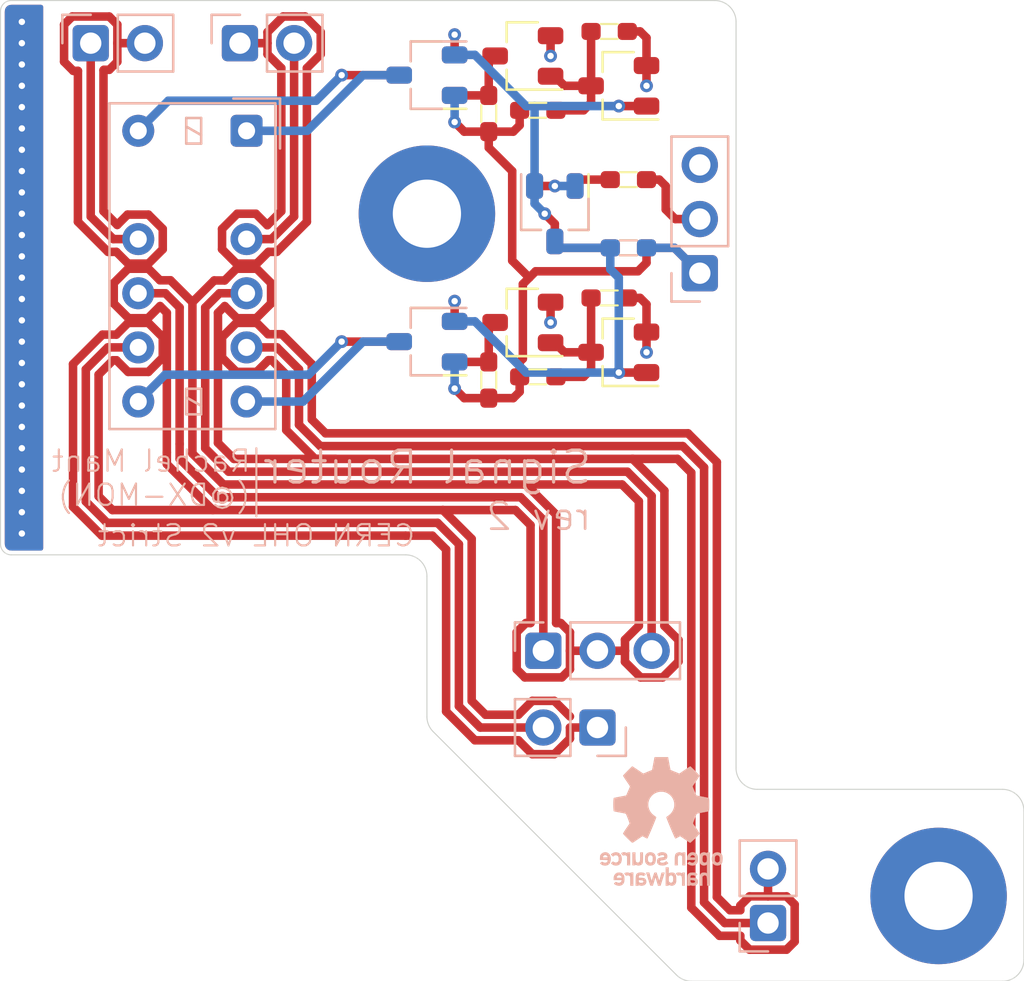
<source format=kicad_pcb>
(kicad_pcb (version 20211014) (generator pcbnew)
  (layers (0 "F.Cu" signal) (1 "In1.Cu" power) (2 "In2.Cu" signal) (31 "B.Cu" power) (34 "B.Paste" user) (35 "F.Paste" user) (36 "B.SilkS" user "B.Silkscreen") (37 "F.SilkS" user "F.Silkscreen") (38 "B.Mask" user) (39 "F.Mask" user) (44 "Edge.Cuts" user))
  (net 0 "")
  (net 1 "+12V")
  (net 2 "Net-(J1-Pad2)")
  (net 3 "Net-(K1-Pad12)")
  (net 4 "Net-(K1-Pad7)")
  (net 5 "Net-(K1-Pad6)")
  (net 6 "Net-(K1-Pad1)")
  (net 7 "/SET")
  (net 8 "Net-(C1-Pad1)")
  (net 9 "0V")
  (net 10 "Net-(Q3-Pad1)")
  (net 11 "/RESET")
  (net 12 "Net-(Q8-Pad1)")
  (net 13 "Net-(C2-Pad1)")
  (net 16 "Net-(Q2-Pad3)")
  (net 17 "GND")
  (net 18 "/EXT_R")
  (net 19 "/EXT_L")
  (net 20 "/INT_L")
  (net 21 "/PRE_R")
  (net 22 "/PRE_L")
  (net 23 "/INT_R")
  (footprint "rhais_package-smd:SOT-23" (layer "F.Cu") (at 126 102 -90)
    (fp_text reference "Q3")
    (fp_text value "DMN65D8L" hide)
    (pad "1" smd roundrect locked (at -1.3 -0.95 180) (size 0.8 1.2) (layers "F.Cu" "F.Paste" "F.Mask") (net 10 "Net-(Q3-Pad1)"))
    (pad "2" smd roundrect locked (at -1.3 0.95 180) (size 0.8 1.2) (layers "F.Cu" "F.Paste" "F.Mask") (net 9 "0V"))
    (pad "3" smd roundrect locked (at 1.3 0 180) (size 0.8 1.2) (layers "F.Cu" "F.Paste" "F.Mask") (net 7 "/SET"))
  )
  (footprint "MountingHole:MountingHole_3.2mm_M3_Pad" (layer "F.Cu") (at 144 134)
    (fp_text reference "H1" hide)
    (fp_text value "MountingHole_Pad" hide)
    (pad "1" thru_hole circle locked (at 0 0) (size 6.4 6.4) (drill 3.2) (layers *.Cu *.Mask))
  )
  (footprint "rhais_rcl:C0603" (layer "F.Cu") (at 128.55 105.95)
    (fp_text reference "C2")
    (fp_text value "500n" hide)
    (pad "1" smd roundrect (at -0.85 0) (size 0.9 0.8) (layers "F.Cu" "F.Paste" "F.Mask") (net 13 "Net-(C2-Pad1)"))
    (pad "2" smd roundrect (at 0.85 0) (size 0.9 0.8) (layers "F.Cu" "F.Paste" "F.Mask") (net 9 "0V"))
  )
  (footprint "rhais_package-smd:SOT-23" (layer "F.Cu") (at 129 108.5 180)
    (fp_text reference "Q10")
    (fp_text value "DMN65D8L" hide)
    (pad "1" smd roundrect locked (at -1.3 -0.95 90) (size 0.8 1.2) (layers "F.Cu" "F.Paste" "F.Mask") (net 11 "/RESET"))
    (pad "2" smd roundrect locked (at -1.3 0.95 90) (size 0.8 1.2) (layers "F.Cu" "F.Paste" "F.Mask") (net 9 "0V"))
    (pad "3" smd roundrect locked (at 1.3 0 90) (size 0.8 1.2) (layers "F.Cu" "F.Paste" "F.Mask") (net 13 "Net-(C2-Pad1)"))
  )
  (footprint "rhais_package-smd:SOT-23" (layer "F.Cu") (at 124.5 94.6 180)
    (fp_text reference "Q2")
    (fp_text value "DMN65D8L" hide)
    (pad "1" smd roundrect locked (at -1.3 -0.95 90) (size 0.8 1.2) (layers "F.Cu" "F.Paste" "F.Mask") (net 8 "Net-(C1-Pad1)"))
    (pad "2" smd roundrect locked (at -1.3 0.95 90) (size 0.8 1.2) (layers "F.Cu" "F.Paste" "F.Mask") (net 9 "0V"))
    (pad "3" smd roundrect locked (at 1.3 0 90) (size 0.8 1.2) (layers "F.Cu" "F.Paste" "F.Mask") (net 16 "Net-(Q2-Pad3)"))
  )
  (footprint "rhais_rcl:R0603" (layer "F.Cu") (at 129.45 100.4 180)
    (fp_text reference "R3")
    (fp_text value "10k" hide)
    (pad "1" smd roundrect (at -0.85 0 180) (size 0.9 0.8) (layers "F.Cu" "F.Paste" "F.Mask") (net 2 "Net-(J1-Pad2)"))
    (pad "2" smd roundrect (at 0.85 0 180) (size 0.9 0.8) (layers "F.Cu" "F.Paste" "F.Mask") (net 10 "Net-(Q3-Pad1)"))
  )
  (footprint "rhais_package-smd:SOT-23" (layer "F.Cu") (at 124.5 107.1 180)
    (fp_text reference "Q9")
    (fp_text value "DMN65D8L" hide)
    (pad "1" smd roundrect locked (at -1.3 -0.95 90) (size 0.8 1.2) (layers "F.Cu" "F.Paste" "F.Mask") (net 13 "Net-(C2-Pad1)"))
    (pad "2" smd roundrect locked (at -1.3 0.95 90) (size 0.8 1.2) (layers "F.Cu" "F.Paste" "F.Mask") (net 9 "0V"))
    (pad "3" smd roundrect locked (at 1.3 0 90) (size 0.8 1.2) (layers "F.Cu" "F.Paste" "F.Mask") (net 12 "Net-(Q8-Pad1)"))
  )
  (footprint "rhais_package-smd:SOT-23" (layer "F.Cu") (at 120 95.5 180)
    (fp_text reference "Q5")
    (fp_text value "DMN65D8L" hide)
    (pad "1" smd roundrect locked (at -1.3 -0.95 90) (size 0.8 1.2) (layers "F.Cu" "F.Paste" "F.Mask") (net 16 "Net-(Q2-Pad3)"))
    (pad "2" smd roundrect locked (at -1.3 0.95 90) (size 0.8 1.2) (layers "F.Cu" "F.Paste" "F.Mask") (net 9 "0V"))
    (pad "3" smd roundrect locked (at 1.3 0 90) (size 0.8 1.2) (layers "F.Cu" "F.Paste" "F.Mask") (net 3 "Net-(K1-Pad12)"))
  )
  (footprint "rhais_package-smd:SOT-23" (layer "F.Cu") (at 120 108 180)
    (fp_text reference "Q8")
    (fp_text value "DMN65D8L" hide)
    (pad "1" smd roundrect locked (at -1.3 -0.95 90) (size 0.8 1.2) (layers "F.Cu" "F.Paste" "F.Mask") (net 12 "Net-(Q8-Pad1)"))
    (pad "2" smd roundrect locked (at -1.3 0.95 90) (size 0.8 1.2) (layers "F.Cu" "F.Paste" "F.Mask") (net 9 "0V"))
    (pad "3" smd roundrect locked (at 1.3 0 90) (size 0.8 1.2) (layers "F.Cu" "F.Paste" "F.Mask") (net 4 "Net-(K1-Pad7)"))
  )
  (footprint "rhais_rcl:R0603" (layer "F.Cu") (at 129.45 103.6 180)
    (fp_text reference "R4")
    (fp_text value "120k" hide)
    (pad "1" smd roundrect (at -0.85 0 180) (size 0.9 0.8) (layers "F.Cu" "F.Paste" "F.Mask") (net 1 "+12V"))
    (pad "2" smd roundrect (at 0.85 0 180) (size 0.9 0.8) (layers "F.Cu" "F.Paste" "F.Mask") (net 7 "/SET"))
  )
  (footprint "rhais_rcl:R0603" (layer "F.Cu") (at 125.2 109.65)
    (fp_text reference "R7")
    (fp_text value "80k" hide)
    (pad "1" smd roundrect (at -0.85 0) (size 0.9 0.8) (layers "F.Cu" "F.Paste" "F.Mask") (net 1 "+12V"))
    (pad "2" smd roundrect (at 0.85 0) (size 0.9 0.8) (layers "F.Cu" "F.Paste" "F.Mask") (net 13 "Net-(C2-Pad1)"))
  )
  (footprint "rhais_rcl:C0603" (layer "F.Cu") (at 128.55 93.45)
    (fp_text reference "C1")
    (fp_text value "500n" hide)
    (pad "1" smd roundrect (at -0.85 0) (size 0.9 0.8) (layers "F.Cu" "F.Paste" "F.Mask") (net 8 "Net-(C1-Pad1)"))
    (pad "2" smd roundrect (at 0.85 0) (size 0.9 0.8) (layers "F.Cu" "F.Paste" "F.Mask") (net 9 "0V"))
  )
  (footprint "MountingHole:MountingHole_3.2mm_M3_Pad" (layer "F.Cu") (at 120 102)
    (fp_text reference "H2" hide)
    (fp_text value "MountingHole_Pad" hide)
    (pad "1" thru_hole circle locked (at 0 0) (size 6.4 6.4) (drill 3.2) (layers *.Cu *.Mask))
  )
  (footprint "rhais_rcl:R0603" (layer "F.Cu") (at 122.9 109.8 90)
    (fp_text reference "R6")
    (fp_text value "120k" hide)
    (pad "1" smd roundrect (at -0.85 0 90) (size 0.9 0.8) (layers "F.Cu" "F.Paste" "F.Mask") (net 1 "+12V"))
    (pad "2" smd roundrect (at 0.85 0 90) (size 0.9 0.8) (layers "F.Cu" "F.Paste" "F.Mask") (net 12 "Net-(Q8-Pad1)"))
  )
  (footprint "rhais_rcl:R0603" (layer "F.Cu") (at 125.2 97.15)
    (fp_text reference "R1")
    (fp_text value "80k" hide)
    (pad "1" smd roundrect (at -0.85 0) (size 0.9 0.8) (layers "F.Cu" "F.Paste" "F.Mask") (net 1 "+12V"))
    (pad "2" smd roundrect (at 0.85 0) (size 0.9 0.8) (layers "F.Cu" "F.Paste" "F.Mask") (net 8 "Net-(C1-Pad1)"))
  )
  (footprint "rhais_package-smd:SOT-23" (layer "F.Cu") (at 129 96 180)
    (fp_text reference "Q1")
    (fp_text value "DMN65D8L" hide)
    (pad "1" smd roundrect locked (at -1.3 -0.95 90) (size 0.8 1.2) (layers "F.Cu" "F.Paste" "F.Mask") (net 7 "/SET"))
    (pad "2" smd roundrect locked (at -1.3 0.95 90) (size 0.8 1.2) (layers "F.Cu" "F.Paste" "F.Mask") (net 9 "0V"))
    (pad "3" smd roundrect locked (at 1.3 0 90) (size 0.8 1.2) (layers "F.Cu" "F.Paste" "F.Mask") (net 8 "Net-(C1-Pad1)"))
  )
  (footprint "rhais_rcl:R0603" (layer "F.Cu") (at 122.9 97.3 90)
    (fp_text reference "R2")
    (fp_text value "120k" hide)
    (pad "1" smd roundrect (at -0.85 0 90) (size 0.9 0.8) (layers "F.Cu" "F.Paste" "F.Mask") (net 1 "+12V"))
    (pad "2" smd roundrect (at 0.85 0 90) (size 0.9 0.8) (layers "F.Cu" "F.Paste" "F.Mask") (net 16 "Net-(Q2-Pad3)"))
  )
  (footprint "rhais_connector-pinheader:PinHeader_1x02_P2.54mm_Vertical" (layer "B.Cu") (at 105.5 94 -90)
    (fp_text reference "J4")
    (fp_text value "INT_R" hide)
    (pad "1" thru_hole roundrect (at 0 1.27 270) (size 1.7 1.7) (drill 1) (layers *.Cu *.Mask) (roundrect_rratio 0.1470588235) (net 23 "/INT_R"))
    (pad "2" thru_hole oval (at 0 -1.27 270) (size 1.7 1.7) (drill 1) (layers *.Cu *.Mask) (net 17 "GND"))
  )
  (footprint "rhais_relay:Relay_DPDT_Kemet_EC2_DoubleCoil" (layer "B.Cu") (at 109 104.46 180)
    (fp_text reference "K1")
    (fp_text value "EC2-12TNU" hide)
    (pad "1" thru_hole roundrect (at -2.54 6.35 180) (size 1.5 1.5) (drill 0.8) (layers *.Cu *.Mask) (roundrect_rratio 0.167) (net 6 "Net-(K1-Pad1)"))
    (pad "3" thru_hole circle (at -2.54 1.27 180) (size 1.5 1.5) (drill 0.8) (layers *.Cu *.Mask) (net 20 "/INT_L"))
    (pad "4" thru_hole circle (at -2.54 -1.27 180) (size 1.5 1.5) (drill 0.8) (layers *.Cu *.Mask) (net 22 "/PRE_L"))
    (pad "5" thru_hole circle (at -2.54 -3.81 180) (size 1.5 1.5) (drill 0.8) (layers *.Cu *.Mask) (net 19 "/EXT_L"))
    (pad "6" thru_hole circle (at -2.54 -6.35 180) (size 1.5 1.5) (drill 0.8) (layers *.Cu *.Mask) (net 5 "Net-(K1-Pad6)"))
    (pad "7" thru_hole circle (at 2.54 -6.35 180) (size 1.5 1.5) (drill 0.8) (layers *.Cu *.Mask) (net 4 "Net-(K1-Pad7)"))
    (pad "8" thru_hole circle (at 2.54 -3.81 180) (size 1.5 1.5) (drill 0.8) (layers *.Cu *.Mask) (net 18 "/EXT_R"))
    (pad "9" thru_hole circle (at 2.54 -1.27 180) (size 1.5 1.5) (drill 0.8) (layers *.Cu *.Mask) (net 21 "/PRE_R"))
    (pad "10" thru_hole circle (at 2.54 1.27 180) (size 1.5 1.5) (drill 0.8) (layers *.Cu *.Mask) (net 23 "/INT_R"))
    (pad "12" thru_hole circle (at 2.54 6.35 180) (size 1.5 1.5) (drill 0.8) (layers *.Cu *.Mask) (net 3 "Net-(K1-Pad12)"))
  )
  (footprint "rhais_rcl:R0603" (layer "B.Cu") (at 129.45 103.6 180)
    (fp_text reference "R5")
    (fp_text value "120k" hide)
    (pad "1" smd roundrect (at -0.85 0 180) (size 0.9 0.8) (layers "B.Cu" "B.Paste" "B.Mask") (net 1 "+12V"))
    (pad "2" smd roundrect (at 0.85 0 180) (size 0.9 0.8) (layers "B.Cu" "B.Paste" "B.Mask") (net 11 "/RESET"))
  )
  (footprint "rhais_connector-pinheader:PinHeader_1x02_P2.54mm_Vertical" (layer "B.Cu") (at 136 134)
    (fp_text reference "J3")
    (fp_text value "EXT_L" hide)
    (pad "1" thru_hole roundrect (at 0 1.27) (size 1.7 1.7) (drill 1) (layers *.Cu *.Mask) (roundrect_rratio 0.1470588235) (net 19 "/EXT_L"))
    (pad "2" thru_hole oval (at 0 -1.27) (size 1.7 1.7) (drill 1) (layers *.Cu *.Mask) (net 17 "GND"))
  )
  (footprint "rhais_package-smd:SOT-23" (layer "B.Cu") (at 120 108 180)
    (fp_text reference "Q7")
    (fp_text value "DMP32D4S" hide)
    (pad "1" smd roundrect locked (at -1.3 0.95 270) (size 0.8 1.2) (layers "B.Cu" "B.Paste" "B.Mask") (net 11 "/RESET"))
    (pad "2" smd roundrect locked (at -1.3 -0.95 270) (size 0.8 1.2) (layers "B.Cu" "B.Paste" "B.Mask") (net 1 "+12V"))
    (pad "3" smd roundrect locked (at 1.3 0 270) (size 0.8 1.2) (layers "B.Cu" "B.Paste" "B.Mask") (net 5 "Net-(K1-Pad6)"))
  )
  (footprint "Symbol:OSHW-Logo_5.7x6mm_SilkScreen" (layer "B.Cu") (at 131 130.5 180)
    (fp_text reference "REF**" hide)
    (fp_text value "OSHW-Logo_5.7x6mm_SilkScreen" hide)
  )
  (footprint "rhais_connector-pinheader:PinHeader_1x03_P2.54mm_Vertical" (layer "B.Cu") (at 128 122.5 -90)
    (fp_text reference "J6")
    (fp_text value "Preamp" hide)
    (pad "1" thru_hole roundrect (at 0 2.54 270) (size 1.7 1.7) (drill 1) (layers *.Cu *.Mask) (roundrect_rratio 0.1470588235) (net 21 "/PRE_R"))
    (pad "2" thru_hole oval (at 0 0 270) (size 1.7 1.7) (drill 1) (layers *.Cu *.Mask) (net 17 "GND"))
    (pad "3" thru_hole oval (at 0 -2.54 270) (size 1.7 1.7) (drill 1) (layers *.Cu *.Mask) (net 22 "/PRE_L"))
  )
  (footprint "rhais_connector-pinheader:PinHeader_1x02_P2.54mm_Vertical" (layer "B.Cu") (at 112.5 94 -90)
    (fp_text reference "J5")
    (fp_text value "INT_L" hide)
    (pad "1" thru_hole roundrect (at 0 1.27 270) (size 1.7 1.7) (drill 1) (layers *.Cu *.Mask) (roundrect_rratio 0.1470588235) (net 17 "GND"))
    (pad "2" thru_hole oval (at 0 -1.27 270) (size 1.7 1.7) (drill 1) (layers *.Cu *.Mask) (net 20 "/INT_L"))
  )
  (footprint "rhais_package-smd:SOT-23" (layer "B.Cu") (at 126 102 -90)
    (fp_text reference "Q6")
    (fp_text value "DMN65D8L" hide)
    (pad "1" smd roundrect locked (at -1.3 0.95) (size 0.8 1.2) (layers "B.Cu" "B.Paste" "B.Mask") (net 7 "/SET"))
    (pad "2" smd roundrect locked (at -1.3 -0.95) (size 0.8 1.2) (layers "B.Cu" "B.Paste" "B.Mask") (net 9 "0V"))
    (pad "3" smd roundrect locked (at 1.3 0) (size 0.8 1.2) (layers "B.Cu" "B.Paste" "B.Mask") (net 11 "/RESET"))
  )
  (footprint "rhais_package-smd:SOT-23" (layer "B.Cu") (at 120 95.5 180)
    (fp_text reference "Q4")
    (fp_text value "DMP32D4S" hide)
    (pad "1" smd roundrect locked (at -1.3 0.95 270) (size 0.8 1.2) (layers "B.Cu" "B.Paste" "B.Mask") (net 7 "/SET"))
    (pad "2" smd roundrect locked (at -1.3 -0.95 270) (size 0.8 1.2) (layers "B.Cu" "B.Paste" "B.Mask") (net 1 "+12V"))
    (pad "3" smd roundrect locked (at 1.3 0 270) (size 0.8 1.2) (layers "B.Cu" "B.Paste" "B.Mask") (net 6 "Net-(K1-Pad1)"))
  )
  (footprint "rhais_connector-pinheader:PinHeader_1x02_P2.54mm_Vertical" (layer "B.Cu") (at 126.73 126.1 90)
    (fp_text reference "J2")
    (fp_text value "EXT_R" hide)
    (pad "1" thru_hole roundrect (at 0 1.27 90) (size 1.7 1.7) (drill 1) (layers *.Cu *.Mask) (roundrect_rratio 0.1470588235) (net 17 "GND"))
    (pad "2" thru_hole oval (at 0 -1.27 90) (size 1.7 1.7) (drill 1) (layers *.Cu *.Mask) (net 18 "/EXT_R"))
  )
  (footprint "rhais_connector-pinheader:PinHeader_1x03_P2.54mm_Vertical" (layer "B.Cu") (at 132.8 102.25)
    (fp_text reference "J1")
    (fp_text value "Src Control" hide)
    (pad "1" thru_hole roundrect (at 0 2.54) (size 1.7 1.7) (drill 1) (layers *.Cu *.Mask) (roundrect_rratio 0.1470588235) (net 1 "+12V"))
    (pad "2" thru_hole oval (at 0 0) (size 1.7 1.7) (drill 1) (layers *.Cu *.Mask) (net 2 "Net-(J1-Pad2)"))
    (pad "3" thru_hole oval (at 0 -2.54) (size 1.7 1.7) (drill 1) (layers *.Cu *.Mask) (net 9 "0V"))
  )
  (gr_line (start 112 113) (end 112 116.2) (layer "B.SilkS") (width 0.1))
  (gr_arc (start 100.5 118) (mid 100.146447 117.853553) (end 100 117.5) (layer "Edge.Cuts") (width 0.05))
  (gr_line (start 147 129) (end 135.5 129) (layer "Edge.Cuts") (width 0.05))
  (gr_arc (start 132.4 138) (mid 132.020367 137.919143) (end 131.7 137.7) (layer "Edge.Cuts") (width 0.05))
  (gr_line (start 100 92.5) (end 100 117.5) (layer "Edge.Cuts") (width 0.05))
  (gr_arc (start 148 137) (mid 147.707107 137.707107) (end 147 138) (layer "Edge.Cuts") (width 0.05))
  (gr_line (start 100.5 118) (end 119 118) (layer "Edge.Cuts") (width 0.05))
  (gr_line (start 134.5 128) (end 134.5 93) (layer "Edge.Cuts") (width 0.05))
  (gr_arc (start 119 118) (mid 119.707107 118.292893) (end 120 119) (layer "Edge.Cuts") (width 0.05))
  (gr_line (start 148 137) (end 148 130) (layer "Edge.Cuts") (width 0.05))
  (gr_line (start 147 138) (end 132.4 138) (layer "Edge.Cuts") (width 0.05))
  (gr_arc (start 120.3 126.3) (mid 120.080857 125.979633) (end 120 125.6) (layer "Edge.Cuts") (width 0.05))
  (gr_arc (start 147 129) (mid 147.707107 129.292893) (end 148 130) (layer "Edge.Cuts") (width 0.05))
  (gr_arc (start 100 92.5) (mid 100.146447 92.146447) (end 100.5 92) (layer "Edge.Cuts") (width 0.05))
  (gr_line (start 133.5 92) (end 100.5 92) (layer "Edge.Cuts") (width 0.05))
  (gr_arc (start 135.5 129) (mid 134.792893 128.707107) (end 134.5 128) (layer "Edge.Cuts") (width 0.05))
  (gr_arc (start 133.5 92) (mid 134.207107 92.292893) (end 134.5 93) (layer "Edge.Cuts") (width 0.05))
  (gr_line (start 120 119) (end 120 125.6) (layer "Edge.Cuts") (width 0.05))
  (gr_line (start 120.3 126.3) (end 131.7 137.7) (layer "Edge.Cuts") (width 0.05))
  (gr_text "CERN OHL v2 Strict" (at 112 117.1) (layer "B.SilkS") (effects (font (size 1 1) (thickness 0.1)) (justify mirror)))
  (gr_text "Signal Router" (at 112.2 113.9) (layer "B.SilkS") (effects (font (size 1.5 1.5)) (justify right mirror)))
  (gr_text "Rachel Mant" (at 111.8 113.6) (layer "B.SilkS") (effects (font (size 1 1) (thickness 0.1)) (justify left mirror)))
  (gr_text "(@DX-MON)" (at 111.8 115.2) (layer "B.SilkS") (effects (font (size 1 1) (thickness 0.1)) (justify left mirror)))
  (gr_text "rev 2" (at 127.8 116.2) (layer "B.SilkS") (effects (font (size 1.25 1.25) (thickness 0.125)) (justify left mirror)))
  (segment (start 121.75 110.65) (end 121.3 110.2) (width 0.4) (layer "F.Cu") (net 1))
  (segment (start 124.5 105.3) (end 124.5 108.8) (width 0.4) (layer "F.Cu") (net 1))
  (segment (start 122.9 110.65) (end 124.05 110.65) (width 0.4) (layer "F.Cu") (net 1))
  (segment (start 124.35 109.65) (end 124.35 110.35) (width 0.4) (layer "F.Cu") (net 1))
  (segment (start 124.5 108.8) (end 124.35 108.95) (width 0.4) (layer "F.Cu") (net 1))
  (segment (start 124.35 97.85) (end 124.05 98.15) (width 0.4) (layer "F.Cu") (net 1))
  (segment (start 131.61 103.6) (end 132.8 104.79) (width 0.4) (layer "F.Cu") (net 1))
  (segment (start 122.9 98.15) (end 121.75 98.15) (width 0.4) (layer "F.Cu") (net 1))
  (segment (start 122.9 110.65) (end 121.75 110.65) (width 0.4) (layer "F.Cu") (net 1))
  (segment (start 130.3 103.6) (end 131.61 103.6) (width 0.4) (layer "F.Cu") (net 1))
  (segment (start 124.05 98.15) (end 122.9 98.15) (width 0.4) (layer "F.Cu") (net 1))
  (segment (start 124.05 110.65) (end 124.35 110.35) (width 0.4) (layer "F.Cu") (net 1))
  (segment (start 124.35 97.15) (end 124.35 97.85) (width 0.4) (layer "F.Cu") (net 1))
  (segment (start 122.9 98.9) (end 124 100) (width 0.4) (layer "F.Cu") (net 1))
  (segment (start 130.3 104.3) (end 129.9 104.7) (width 0.4) (layer "F.Cu") (net 1))
  (segment (start 124.8 105) (end 124.5 105.3) (width 0.4) (layer "F.Cu") (net 1))
  (segment (start 129.9 104.7) (end 125.1 104.7) (width 0.4) (layer "F.Cu") (net 1))
  (segment (start 124.35 108.95) (end 124.35 109.65) (width 0.4) (layer "F.Cu") (net 1))
  (segment (start 124 104.2) (end 124.8 105) (width 0.4) (layer "F.Cu") (net 1))
  (segment (start 122.9 98.15) (end 122.9 98.9) (width 0.4) (layer "F.Cu") (net 1))
  (segment (start 125.1 104.7) (end 124.8 105) (width 0.4) (layer "F.Cu") (net 1))
  (segment (start 130.3 103.6) (end 130.3 104.3) (width 0.4) (layer "F.Cu") (net 1))
  (segment (start 121.75 98.15) (end 121.3 97.7) (width 0.4) (layer "F.Cu") (net 1))
  (segment (start 124 100) (end 124 104.2) (width 0.4) (layer "F.Cu") (net 1))
  (via (at 121.3 110.2) (size 0.6) (drill 0.3) (layers "F.Cu" "B.Cu") (net 1))
  (via (at 121.3 97.7) (size 0.6) (drill 0.3) (layers "F.Cu" "B.Cu") (net 1))
  (segment (start 121.3 96.45) (end 121.3 97.7) (width 0.4) (layer "B.Cu") (net 1))
  (segment (start 121.3 108.95) (end 121.3 110.2) (width 0.4) (layer "B.Cu") (net 1))
  (segment (start 130.3 103.6) (end 131.61 103.6) (width 0.4) (layer "B.Cu") (net 1))
  (segment (start 131.61 103.6) (end 132.8 104.79) (width 0.4) (layer "B.Cu") (net 1))
  (segment (start 130.9 100.4) (end 130.3 100.4) (width 0.4) (layer "F.Cu") (net 2))
  (segment (start 132.8 102.25) (end 131.65 102.25) (width 0.4) (layer "F.Cu") (net 2))
  (segment (start 131.2 101.8) (end 131.2 100.7) (width 0.4) (layer "F.Cu") (net 2))
  (segment (start 131.65 102.25) (end 131.2 101.8) (width 0.4) (layer "F.Cu") (net 2))
  (segment (start 131.2 100.7) (end 130.9 100.4) (width 0.4) (layer "F.Cu") (net 2))
  (segment (start 118.7 95.5) (end 116 95.5) (width 0.4) (layer "F.Cu") (net 3))
  (via (at 116 95.5) (size 0.6) (drill 0.3) (layers "F.Cu" "B.Cu") (net 3))
  (segment (start 114.8 96.7) (end 116 95.5) (width 0.4) (layer "B.Cu") (net 3))
  (segment (start 107.87 96.7) (end 114.8 96.7) (width 0.4) (layer "B.Cu") (net 3))
  (segment (start 106.46 98.11) (end 107.87 96.7) (width 0.4) (layer "B.Cu") (net 3))
  (segment (start 118.7 108) (end 116 108) (width 0.4) (layer "F.Cu") (net 4))
  (via (at 116 108) (size 0.6) (drill 0.3) (layers "F.Cu" "B.Cu") (net 4))
  (segment (start 116 108) (end 114.45 109.55) (width 0.4) (layer "B.Cu") (net 4))
  (segment (start 114.45 109.55) (end 107.72 109.55) (width 0.4) (layer "B.Cu") (net 4))
  (segment (start 107.72 109.55) (end 106.46 110.81) (width 0.4) (layer "B.Cu") (net 4))
  (segment (start 118.7 108) (end 117 108) (width 0.4) (layer "B.Cu") (net 5))
  (segment (start 114.19 110.81) (end 111.54 110.81) (width 0.4) (layer "B.Cu") (net 5))
  (segment (start 117 108) (end 114.19 110.81) (width 0.4) (layer "B.Cu") (net 5))
  (segment (start 114.39 98.11) (end 117 95.5) (width 0.4) (layer "B.Cu") (net 6))
  (segment (start 111.54 98.11) (end 114.39 98.11) (width 0.4) (layer "B.Cu") (net 6))
  (segment (start 117 95.5) (end 118.7 95.5) (width 0.4) (layer "B.Cu") (net 6))
  (segment (start 126.3 103.6) (end 126 103.3) (width 0.4) (layer "F.Cu") (net 7))
  (segment (start 126 102.475) (end 125.525 102) (width 0.4) (layer "F.Cu") (net 7))
  (segment (start 126 103.3) (end 126 102.475) (width 0.4) (layer "F.Cu") (net 7))
  (segment (start 130.3 96.95) (end 129 96.95) (width 0.4) (layer "F.Cu") (net 7))
  (segment (start 128.6 103.6) (end 126.3 103.6) (width 0.4) (layer "F.Cu") (net 7))
  (via (at 125.525 102) (size 0.6) (drill 0.3) (layers "F.Cu" "B.Cu") (net 7))
  (via (at 129 96.95) (size 0.6) (drill 0.3) (layers "F.Cu" "B.Cu") (net 7))
  (segment (start 125.05 96.95) (end 129 96.95) (width 0.4) (layer "B.Cu") (net 7))
  (segment (start 124.65 96.95) (end 125.05 96.95) (width 0.4) (layer "B.Cu") (net 7))
  (segment (start 125.05 100.7) (end 125.05 101.525) (width 0.4) (layer "B.Cu") (net 7))
  (segment (start 121.3 94.55) (end 122.25 94.55) (width 0.4) (layer "B.Cu") (net 7))
  (segment (start 125.05 100.7) (end 125.05 96.95) (width 0.4) (layer "B.Cu") (net 7))
  (segment (start 125.05 101.525) (end 125.525 102) (width 0.4) (layer "B.Cu") (net 7))
  (segment (start 122.25 94.55) (end 124.65 96.95) (width 0.4) (layer "B.Cu") (net 7))
  (segment (start 126 95.55) (end 126.45 96) (width 0.4) (layer "F.Cu") (net 8))
  (segment (start 126.45 96) (end 127.7 96) (width 0.4) (layer "F.Cu") (net 8))
  (segment (start 125.8 95.55) (end 126 95.55) (width 0.4) (layer "F.Cu") (net 8))
  (segment (start 127.7 93.45) (end 127.7 96) (width 0.4) (layer "F.Cu") (net 8))
  (segment (start 126.05 97.15) (end 127.35 97.15) (width 0.4) (layer "F.Cu") (net 8))
  (segment (start 127.7 96.8) (end 127.7 96) (width 0.4) (layer "F.Cu") (net 8))
  (segment (start 127.35 97.15) (end 127.7 96.8) (width 0.4) (layer "F.Cu") (net 8))
  (segment (start 121.3 107.05) (end 121.3 106.1) (width 0.4) (layer "F.Cu") (net 9))
  (segment (start 125.8 93.65) (end 125.8 94.6) (width 0.4) (layer "F.Cu") (net 9))
  (segment (start 130.3 107.55) (end 130.3 108.5) (width 0.4) (layer "F.Cu") (net 9))
  (segment (start 130.3 107.55) (end 130.3 106.25) (width 0.4) (layer "F.Cu") (net 9))
  (segment (start 125.05 100.7) (end 126 100.7) (width 0.4) (layer "F.Cu") (net 9))
  (segment (start 129.4 105.95) (end 130 105.95) (width 0.4) (layer "F.Cu") (net 9))
  (segment (start 129.4 93.45) (end 130 93.45) (width 0.4) (layer "F.Cu") (net 9))
  (segment (start 121.3 94.55) (end 121.3 93.6) (width 0.4) (layer "F.Cu") (net 9))
  (segment (start 130.3 106.25) (end 130 105.95) (width 0.4) (layer "F.Cu") (net 9))
  (segment (start 130.3 95.05) (end 130.3 93.75) (width 0.4) (layer "F.Cu") (net 9))
  (segment (start 130.3 93.75) (end 130 93.45) (width 0.4) (layer "F.Cu") (net 9))
  (segment (start 130.3 95.05) (end 130.3 96) (width 0.4) (layer "F.Cu") (net 9))
  (segment (start 125.8 106.15) (end 125.8 107.1) (width 0.4) (layer "F.Cu") (net 9))
  (via (at 121.3 106.1) (size 0.6) (drill 0.3) (layers "F.Cu" "B.Cu") (net 9))
  (via (at 121.3 93.6) (size 0.6) (drill 0.3) (layers "F.Cu" "B.Cu") (net 9))
  (via (at 130.3 108.5) (size 0.6) (drill 0.3) (layers "F.Cu" "B.Cu") (net 9))
  (via (at 130.3 96) (size 0.6) (drill 0.3) (layers "F.Cu" "B.Cu") (net 9))
  (via (at 125.8 107.1) (size 0.6) (drill 0.3) (layers "F.Cu" "B.Cu") (net 9))
  (via (at 126 100.7) (size 0.6) (drill 0.3) (layers "F.Cu" "B.Cu") (net 9))
  (via (at 125.8 94.6) (size 0.6) (drill 0.3) (layers "F.Cu" "B.Cu") (net 9))
  (segment (start 126 100.7) (end 126.95 100.7) (width 0.4) (layer "B.Cu") (net 9))
  (segment (start 128.6 100.4) (end 127.25 100.4) (width 0.4) (layer "F.Cu") (net 10))
  (segment (start 127.25 100.4) (end 126.95 100.7) (width 0.4) (layer "F.Cu") (net 10))
  (segment (start 130.3 109.45) (end 129 109.45) (width 0.4) (layer "F.Cu") (net 11))
  (via (at 129 109.45) (size 0.6) (drill 0.3) (layers "F.Cu" "B.Cu") (net 11))
  (segment (start 124.65 109.45) (end 129 109.45) (width 0.4) (layer "B.Cu") (net 11))
  (segment (start 126.3 103.6) (end 126 103.3) (width 0.4) (layer "B.Cu") (net 11))
  (segment (start 128.6 103.6) (end 126.3 103.6) (width 0.4) (layer "B.Cu") (net 11))
  (segment (start 128.6 104.6) (end 129 105) (width 0.4) (layer "B.Cu") (net 11))
  (segment (start 121.3 107.05) (end 122.25 107.05) (width 0.4) (layer "B.Cu") (net 11))
  (segment (start 122.25 107.05) (end 124.65 109.45) (width 0.4) (layer "B.Cu") (net 11))
  (segment (start 128.6 103.6) (end 128.6 104.6) (width 0.4) (layer "B.Cu") (net 11))
  (segment (start 129 105) (end 129 109.45) (width 0.4) (layer "B.Cu") (net 11))
  (segment (start 122.9 108.95) (end 122.9 107.4) (width 0.4) (layer "F.Cu") (net 12))
  (segment (start 121.3 108.95) (end 122.9 108.95) (width 0.4) (layer "F.Cu") (net 12))
  (segment (start 122.9 107.4) (end 123.2 107.1) (width 0.4) (layer "F.Cu") (net 12))
  (segment (start 126.05 109.65) (end 127.35 109.65) (width 0.4) (layer "F.Cu") (net 13))
  (segment (start 127.7 105.95) (end 127.7 108.5) (width 0.4) (layer "F.Cu") (net 13))
  (segment (start 126 108.05) (end 126.45 108.5) (width 0.4) (layer "F.Cu") (net 13))
  (segment (start 125.8 108.05) (end 126 108.05) (width 0.4) (layer "F.Cu") (net 13))
  (segment (start 127.7 109.3) (end 127.7 108.5) (width 0.4) (layer "F.Cu") (net 13))
  (segment (start 127.35 109.65) (end 127.7 109.3) (width 0.4) (layer "F.Cu") (net 13))
  (segment (start 126.45 108.5) (end 127.7 108.5) (width 0.4) (layer "F.Cu") (net 13))
  (segment (start 122.9 94.9) (end 123.2 94.6) (width 0.4) (layer "F.Cu") (net 16))
  (segment (start 121.3 96.45) (end 122.9 96.45) (width 0.4) (layer "F.Cu") (net 16))
  (segment (start 122.9 96.45) (end 122.9 94.9) (width 0.4) (layer "F.Cu") (net 16))
  (segment (start 107.477828 105.122173) (end 107.970502 105.122173) (width 0.4) (layer "F.Cu") (net 17))
  (segment (start 134.7 134.451441) (end 135.130961 134.02048) (width 0.4) (layer "F.Cu") (net 17))
  (segment (start 106.936144 109.419511) (end 107.609511 108.746144) (width 0.4) (layer "F.Cu") (net 17))
  (segment (start 114.59952 111.65167) (end 115.24833 112.30048) (width 0.4) (layer "F.Cu") (net 17))
  (segment (start 131.75263 113.50048) (end 129.64833 113.50048) (width 0.4) (layer "F.Cu") (net 17))
  (segment (start 124.86048 121.2) (end 124.641441 121.2) (width 0.4) (layer "F.Cu") (net 17))
  (segment (start 107.609511 108.746144) (end 107.609511 107.793856) (width 0.4) (layer "F.Cu") (net 17))
  (segment (start 110.19952 106.64833) (end 110.516098 106.331752) (width 0.4) (layer "F.Cu") (net 17))
  (segment (start 105.959511 102.040489) (end 106.936144 102.040489) (width 0.4) (layer "F.Cu") (net 17))
  (segment (start 124.292444 125.50048) (end 122.74833 125.50048) (width 0.4) (layer "F.Cu") (net 17))
  (segment (start 102.98048 94.869039) (end 102.98048 93.130961) (width 0.4) (layer "F.Cu") (net 17))
  (segment (start 112.72167 108.86952) (end 112.566135 108.86952) (width 0.4) (layer "F.Cu") (net 17))
  (segment (start 107.80096 113.74451) (end 109.95645 115.9) (width 0.4) (layer "F.Cu") (net 17))
  (segment (start 114.75263 113.50048) (end 113.40048 112.148329) (width 0.4) (layer "F.Cu") (net 17))
  (segment (start 129.290489 123.017565) (end 130.022435 123.749511) (width 0.4) (layer "F.Cu") (net 17))
  (segment (start 110.390489 108.746144) (end 110.390489 107.793856) (width 0.4) (layer "F.Cu") (net 17))
  (segment (start 129.94048 115.48833) (end 129.15263 114.70048) (width 0.4) (layer "F.Cu") (net 17))
  (segment (start 124.21048 123.369039) (end 124.590961 123.74952) (width 0.4) (layer "F.Cu") (net 17))
  (segment (start 120.74785 115.9) (end 105.24785 115.9) (width 0.4) (layer "F.Cu") (net 17))
  (segment (start 134.7 135.86952) (end 133.721671 135.86952) (width 0.4) (layer "F.Cu") (net 17))
  (segment (start 111.995655 106.9) (end 112.689511 106.206144) (width 0.4) (layer "F.Cu") (net 17))
  (segment (start 120.90048 117.74833) (end 120.90048 125.348329) (width 0.4) (layer "F.Cu") (net 17))
  (segment (start 107.609511 103.666144) (end 106.936144 104.339511) (width 0.4) (layer "F.Cu") (net 17))
  (segment (start 107.970502 105.122173) (end 109 106.151671) (width 0.4) (layer "F.Cu") (net 17))
  (segment (start 106.004345 106.9) (end 105.310489 106.206144) (width 0.4) (layer "F.Cu") (net 17))
  (segment (start 124.64833 114.70048) (end 124.99952 115.051671) (width 0.4) (layer "F.Cu") (net 17))
  (segment (start 106.936144 104.580489) (end 107.477828 105.122173) (width 0.4) (layer "F.Cu") (net 17))
  (segment (start 107.80096 106.64833) (end 107.484142 106.331512) (width 0.4) (layer "F.Cu") (net 17))
  (segment (start 112.520489 94.517565) (end 113.17048 95.167556) (width 0.4) (layer "F.Cu") (net 17))
  (segment (start 106.936144 107.120489) (end 105.983856 107.120489) (width 0.4) (layer "F.Cu") (net 17))
  (segment (start 104.82952 101.88167) (end 105.473925 102.526075) (width 0.4) (layer "F.Cu") (net 17))
  (segment (start 115.70048 113.50048) (end 114.75263 113.50048) (width 0.4) (layer "F.Cu") (net 17))
  (segment (start 107.609511 107.793856) (end 106.936144 107.120489) (width 0.4) (layer "F.Cu") (net 17))
  (segment (start 126.70952 121.630961) (end 126.70952 122.5) (width 0.4) (layer "F.Cu") (net 17))
  (segment (start 103.63048 102.378329) (end 103.63048 95.3) (width 0.4) (layer "F.Cu") (net 17))
  (segment (start 106.936144 102.040489) (end 107.609511 102.713856) (width 0.4) (layer "F.Cu") (net 17))
  (segment (start 129.290489 121.982435) (end 129.94048 121.332444) (width 0.4) (layer "F.Cu") (net 17))
  (segment (start 129.290489 122.5) (end 129.290489 123.017565) (width 0.4) (layer "F.Cu") (net 17))
  (segment (start 102.98048 93.130961) (end 103.360961 92.75048) (width 0.4) (layer "F.Cu") (net 17))
  (segment (start 134.21833 134.67048) (end 134.7 134.67048) (width 0.4) (layer "F.Cu") (net 17))
  (segment (start 113.252435 92.750489) (end 112.520489 93.482435) (width 0.4) (layer "F.Cu") (net 17))
  (segment (start 136 134.02048) (end 136 132.73) (width 0.4) (layer "F.Cu") (net 17))
  (segment (start 112.520489 94) (end 112.520489 94.517565) (width 0.4) (layer "F.Cu") (net 17))
  (segment (start 114.36952 95.167556) (end 115.019511 94.517565) (width 0.4) (layer "F.Cu") (net 17))
  (segment (start 112.95833 103.78952) (end 114.36952 102.37833) (width 0.4) (layer "F.Cu") (net 17))
  (segment (start 104.82952 95.27048) (end 104.82952 101.88167) (width 0.4) (layer "F.Cu") (net 17))
  (segment (start 126.278559 121.2) (end 126.70952 121.630961) (width 0.4) (layer "F.Cu") (net 17))
  (segment (start 120.90048 125.348329) (end 122.251671 126.69952) (width 0.4) (layer "F.Cu") (net 17))
  (segment (start 110.19952 112.75167) (end 110.19952 106.64833) (width 0.4) (layer "F.Cu") (net 17))
  (segment (start 103.411441 95.3) (end 102.98048 94.869039) (width 0.4) (layer "F.Cu") (net 17))
  (segment (start 105.24785 115.9) (end 104.59952 115.25167) (width 0.4) (layer "F.Cu") (net 17))
  (segment (start 105.433865 103.78952) (end 105.04167 103.78952) (width 0.4) (layer "F.Cu") (net 17))
  (segment (start 105.47952 94) (end 105.47952 94.869039) (width 0.4) (layer "F.Cu") (net 17))
  (segment (start 130.022435 123.749511) (end 131.057565 123.749511) (width 0.4) (layer "F.Cu") (net 17))
  (segment (start 118.99952 117.09952) (end 119 117.1) (width 0.4) (layer "F.Cu") (net 17))
  (segment (start 110.45263 114.70048) (end 124.64833 114.70048) (width 0.4) (layer "F.Cu") (net 17))
  (segment (start 131.13952 114.99167) (end 129.64833 113.50048) (width 0.4) (layer "F.Cu") (net 17))
  (segment (start 107.609511 102.713856) (end 107.609511 103.666144) (width 0.4) (layer "F.Cu") (net 17))
  (segment (start 122.74833 125.50048) (end 122.09952 124.85167) (width 0.4) (layer "F.Cu") (net 17))
  (segment (start 105.310489 105.253856) (end 105.983856 104.580489) (width 0.4) (layer "F.Cu") (net 17))
  (segment (start 129.64833 113.50048) (end 115.70048 113.50048) (width 0.4) (layer "F.Cu") (net 17))
  (segment (start 112.689511 105.253856) (end 112.016144 104.580489) (width 0.4) (layer "F.Cu") (net 17))
  (segment (start 109 113.24785) (end 110.45263 114.70048) (width 0.4) (layer "F.Cu") (net 17))
  (segment (start 137.24952 136.139039) (end 136.869039 136.51952) (width 0.4) (layer "F.Cu") (net 17))
  (segment (start 104.85048 95.24952) (end 104.82952 95.27048) (width 0.4) (layer "F.Cu") (net 17))
  (segment (start 124.86048 116.60833) (end 124.86048 121.2) (width 0.4) (layer "F.Cu") (net 17))
  (segment (start 115.019511 94.517565) (end 115.019511 93.482435) (width 0.4) (layer "F.Cu") (net 17))
  (segment (start 136.869039 136.51952) (end 135.130961 136.51952) (width 0.4) (layer "F.Cu") (net 17))
  (segment (start 111.063856 104.339511) (end 112.016144 104.339511) (width 0.4) (layer "F.Cu") (net 17))
  (segment (start 131.13952 121.332444) (end 131.13952 114.99167) (width 0.4) (layer "F.Cu") (net 17))
  (segment (start 112.689511 106.206144) (end 112.689511 105.253856) (width 0.4) (layer "F.Cu") (net 17))
  (segment (start 122.09952 117.25167) (end 120.74785 115.9) (width 0.4) (layer "F.Cu") (net 17))
  (segment (start 105.47952 93.130961) (end 105.47952 94) (width 0.4) (layer "F.Cu") (net 17))
  (segment (start 105.983856 104.580489) (end 106.936144 104.580489) (width 0.4) (layer "F.Cu") (net 17))
  (segment (start 124.590961 123.74952) (end 126.329039 123.74952) (width 0.4) (layer "F.Cu") (net 17))
  (segment (start 126.709511 125.582435) (end 125.977565 124.850489) (width 0.4) (layer "F.Cu") (net 17))
  (segment (start 109 106.151671) (end 109 113.24785) (width 0.4) (layer "F.Cu") (net 17))
  (segment (start 105.273925 108.873925) (end 105.43827 108.873925) (width 0.4) (layer "F.Cu") (net 17))
  (segment (start 112.016144 109.419511) (end 111.063856 109.419511) (width 0.4) (layer "F.Cu") (net 17))
  (segment (start 105.04167 103.78952) (end 103.63048 102.378329) (width 0.4) (layer "F.Cu") (net 17))
  (segment (start 129.94048 121.332444) (end 129.94048 115.48833) (width 0.4) (layer "F.Cu") (net 17))
  (segment (start 124.21048 121.630961) (end 124.21048 123.369039) (width 0.4) (layer "F.Cu") (net 17))
  (segment (start 132.40048 134.548329) (end 132.40048 114.14833) (width 0.4) (layer "F.Cu") (net 17))
  (segment (start 105.310489 106.206144) (end 105.310489 105.253856) (width 0.4) (layer "F.Cu") (net 17))
  (segment (start 122.09952 124.85167) (end 122.09952 117.25167) (width 0.4) (layer "F.Cu") (net 17))
  (segment (start 107.80096 113.19904) (end 107.80096 113.74451) (width 0.4) (layer "F.Cu") (net 17))
  (segment (start 112.016144 107.120489) (end 112.547828 107.652173) (width 0.4) (layer "F.Cu") (net 17))
  (segment (start 126.329039 123.74952) (end 126.70952 123.369039) (width 0.4) (layer "F.Cu") (net 17))
  (segment (start 104.59952 115.25167) (end 104.59952 109.54833) (width 0.4) (layer "F.Cu") (net 17))
  (segment (start 120.74785 115.9) (end 124.15215 115.9) (width 0.4) (layer "F.Cu") (net 17))
  (segment (start 111.975654 102) (end 111.104345 102) (width 0.4) (layer "F.Cu") (net 17))
  (segment (start 112.566135 103.78952) (end 112.95833 103.78952) (width 0.4) (layer "F.Cu") (net 17))
  (segment (start 114.59952 109.051671) (end 114.59952 111.65167) (width 0.4) (layer "F.Cu") (net 17))
  (segment (start 131.8 123.007076) (end 131.8 121.992924) (width 0.4) (layer "F.Cu") (net 17))
  (segment (start 124.942435 127.349511) (end 125.977565 127.349511) (width 0.4) (layer "F.Cu") (net 17))
  (segment (start 124.99952 115.051671) (end 126.05952 116.111671) (width 0.4) (layer "F.Cu") (net 17))
  (segment (start 126.05952 121.2) (end 126.278559 121.2) (width 0.4) (layer "F.Cu") (net 17))
  (segment (start 110.021671 105.13048) (end 109.00048 106.151671) (width 0.4) (layer "F.Cu") (net 17))
  (segment (start 134.7 134.67048) (end 134.7 134.451441) (width 0.4) (layer "F.Cu") (net 17))
  (segment (start 119 117.1) (end 120.25215 117.1) (width 0.4) (layer "F.Cu") (net 17))
  (segment (start 112.016144 104.339511) (end 112.566135 103.78952) (width 0.4) (layer "F.Cu") (net 17))
  (segment (start 110.513865 105.13048) (end 110.021671 105.13048) (width 0.4) (layer "F.Cu") (net 17))
  (segment (start 110.390489 107.793856) (end 111.063856 107.120489) (width 0.4) (layer "F.Cu") (net 17))
  (segment (start 105.433865 107.67048) (end 104.781671 107.67048) (width 0.4) (layer "F.Cu") (net 17))
  (segment (start 126.05952 116.111671) (end 126.05952 121.2) (width 0.4) (layer "F.Cu") (net 17))
  (segment (start 135.130961 136.51952) (end 134.7 136.088559) (width 0.4) (layer "F.Cu") (net 17))
  (segment (start 106.915654 106.9) (end 106.004345 106.9) (width 0.4) (layer "F.Cu") (net 17))
  (segment (start 132.40048 114.14833) (end 131.75263 113.50048) (width 0.4) (layer "F.Cu") (net 17))
  (segment (start 134.7 136.088559) (end 134.7 135.86952) (width 0.4) (layer "F.Cu") (net 17))
  (segment (start 135.130961 134.02048) (end 136 134.02048) (width 0.4) (layer "F.Cu") (net 17))
  (segment (start 136.869039 134.02048) (end 137.24952 134.400961) (width 0.4) (layer "F.Cu") (net 17))
  (segment (start 105.47952 94.869039) (end 105.099039 95.24952) (width 0.4) (layer "F.Cu") (net 17))
  (segment (start 114.36952 102.37833) (end 114.36952 95.167556) (width 0.4) (layer "F.Cu") (net 17))
  (segment (start 109.00048 106.151671) (end 109 106.151671) (width 0.4) (layer "F.Cu") (net 17))
  (segment (start 131.057565 123.749511) (end 131.8 123.007076) (width 0.4) (layer "F.Cu") (net 17))
  (segment (start 112.016144 104.580489) (end 111.063856 104.580489) (width 0.4) (layer "F.Cu") (net 17))
  (segment (start 110.390489 102.713856) (end 110.390489 103.666144) (width 0.4) (layer "F.Cu") (net 17))
  (segment (start 112.520489 93.482435) (end 112.520489 94) (width 0.4) (layer "F.Cu") (net 17))
  (segment (start 105.473925 102.526075) (end 105.959511 102.040489) (width 0.4) (layer "F.Cu") (net 17))
  (segment (start 106.936144 104.339511) (end 105.983856 104.339511) (width 0.4) (layer "F.Cu") (net 17))
  (segment (start 103.360961 92.75048) (end 105.099039 92.75048) (width 0.4) (layer "F.Cu") (net 17))
  (segment (start 104.751671 117.09952) (end 118.99952 117.09952) (width 0.4) (layer "F.Cu") (net 17))
  (segment (start 126.70952 122.5) (end 128 122.5) (width 0.4) (layer "F.Cu") (net 17))
  (segment (start 124.942435 124.850489) (end 124.292444 125.50048) (width 0.4) (layer "F.Cu") (net 17))
  (segment (start 105.983856 104.339511) (end 105.433865 103.78952) (width 0.4) (layer "F.Cu") (net 17))
  (segment (start 113.17048 101.88167) (end 112.513902 102.538248) (width 0.4) (layer "F.Cu") (net 17))
  (segment (start 111.063856 104.580489) (end 110.513865 105.13048) (width 0.4) (layer "F.Cu") (net 17))
  (segment (start 114.287565 92.750489) (end 113.252435 92.750489) (width 0.4) (layer "F.Cu") (net 17))
  (segment (start 105.099039 92.75048) (end 105.47952 93.130961) (width 0.4) (layer "F.Cu") (net 17))
  (segment (start 111.084346 106.9) (end 111.995655 106.9) (width 0.4) (layer "F.Cu") (net 17))
  (segment (start 136 134.02048) (end 136.869039 134.02048) (width 0.4) (layer "F.Cu") (net 17))
  (segment (start 126.70952 123.369039) (end 126.70952 122.5) (width 0.4) (layer "F.Cu") (net 17))
  (segment (start 106.77 94) (end 105.47952 94) (width 0.4) (layer "F.Cu") (net 17))
  (segment (start 112.547828 107.652173) (end 113.200022 107.652173) (width 0.4) (layer "F.Cu") (net 17))
  (segment (start 105.43827 108.873925) (end 105.983856 109.419511) (width 0.4) (layer "F.Cu") (net 17))
  (segment (start 107.80096 113.19904) (end 107.80096 106.64833) (width 0.4) (layer "F.Cu") (net 17))
  (segment (start 137.24952 134.400961) (end 137.24952 136.139039) (width 0.4) (layer "F.Cu") (net 17))
  (segment (start 113.40048 112.148329) (end 113.40048 109.54833) (width 0.4) (layer "F.Cu") (net 17))
  (segment (start 115.019511 93.482435) (end 114.287565 92.750489) (width 0.4) (layer "F.Cu") (net 17))
  (segment (start 103.63048 95.3) (end 103.411441 95.3) (width 0.4) (layer "F.Cu") (net 17))
  (segment (start 111.063856 107.120489) (end 112.016144 107.120489) (width 0.4) (layer "F.Cu") (net 17))
  (segment (start 131.8 121.992924) (end 131.13952 121.332444) (width 0.4) (layer "F.Cu") (net 17))
  (segment (start 122.251671 126.69952) (end 124.292444 126.69952) (width 0.4) (layer "F.Cu") (net 17))
  (segment (start 125.977565 127.349511) (end 126.709511 126.617565) (width 0.4) (layer "F.Cu") (net 17))
  (segment (start 126.709511 126.617565) (end 126.709511 126.1) (width 0.4) (layer "F.Cu") (net 17))
  (segment (start 115.24833 112.30048) (end 132.24833 112.30048) (width 0.4) (layer "F.Cu") (net 17))
  (segment (start 132.24833 112.30048) (end 133.59952 113.651671) (width 0.4) (layer "F.Cu") (net 17))
  (segment (start 113.17048 95.167556) (end 113.17048 101.88167) (width 0.4) (layer "F.Cu") (net 17))
  (segment (start 105.983856 107.120489) (end 105.433865 107.67048) (width 0.4) (layer "F.Cu") (net 17))
  (segment (start 129.15263 114.70048) (end 124.64833 114.70048) (width 0.4) (layer "F.Cu") (net 17))
  (segment (start 110.390489 103.666144) (end 111.063856 104.339511) (width 0.4) (layer "F.Cu") (net 17))
  (segment (start 112.566135 108.86952) (end 112.016144 109.419511) (width 0.4) (layer "F.Cu") (net 17))
  (segment (start 110.94833 113.50048) (end 110.19952 112.75167) (width 0.4) (layer "F.Cu") (net 17))
  (segment (start 110.516098 106.331752) (end 111.084346 106.9) (width 0.4) (layer "F.Cu") (net 17))
  (segment (start 113.40048 109.54833) (end 112.72167 108.86952) (width 0.4) (layer "F.Cu") (net 17))
  (segment (start 104.781671 107.67048) (end 103.40048 109.051671) (width 0.4) (layer "F.Cu") (net 17))
  (segment (start 105.099039 95.24952) (end 104.85048 95.24952) (width 0.4) (layer "F.Cu") (net 17))
  (segment (start 124.15215 115.9) (end 124.86048 116.60833) (width 0.4) (layer "F.Cu") (net 17))
  (segment (start 125.977565 124.850489) (end 124.942435 124.850489) (width 0.4) (layer "F.Cu") (net 17))
  (segment (start 104.59952 109.54833) (end 105.273925 108.873925) (width 0.4) (layer "F.Cu") (net 17))
  (segment (start 133.721671 135.86952) (end 132.40048 134.548329) (width 0.4) (layer "F.Cu") (net 17))
  (segment (start 133.59952 113.651671) (end 133.59952 134.05167) (width 0.4) (layer "F.Cu") (net 17))
  (segment (start 129.290489 122.5) (end 129.290489 121.982435) (width 0.4) (layer "F.Cu") (net 17))
  (segment (start 128 122.5) (end 129.290489 122.5) (width 0.4) (layer "F.Cu") (net 17))
  (segment (start 111.063856 109.419511) (end 110.390489 108.746144) (width 0.4) (layer "F.Cu") (net 17))
  (segment (start 124.641441 121.2) (end 124.21048 121.630961) (width 0.4) (layer "F.Cu") (net 17))
  (segment (start 103.40048 109.051671) (end 103.40048 115.748329) (width 0.4) (layer "F.Cu") (net 17))
  (segment (start 105.983856 109.419511) (end 106.936144 109.419511) (width 0.4) (layer "F.Cu") (net 17))
  (segment (start 111.23 94) (end 112.520489 94) (width 0.4) (layer "F.Cu") (net 17))
  (segment (start 113.200022 107.652173) (end 114.59952 109.051671) (width 0.4) (layer "F.Cu") (net 17))
  (segment (start 133.59952 134.05167) (end 134.21833 134.67048) (width 0.4) (layer "F.Cu") (net 17))
  (segment (start 112.513902 102.538248) (end 111.975654 102) (width 0.4) (layer "F.Cu") (net 17))
  (segment (start 126.709511 126.1) (end 128 126.1) (width 0.4) (layer "F.Cu") (net 17))
  (segment (start 111.104345 102) (end 110.390489 102.713856) (width 0.4) (layer "F.Cu") (net 17))
  (segment (start 107.484142 106.331512) (end 106.915654 106.9) (width 0.4) (layer "F.Cu") (net 17))
  (segment (start 120.25215 117.1) (end 120.90048 117.74833) (width 0.4) (layer "F.Cu") (net 17))
  (segment (start 103.40048 115.748329) (end 104.751671 117.09952) (width 0.4) (layer "F.Cu") (net 17))
  (segment (start 124.292444 126.69952) (end 124.942435 127.349511) (width 0.4) (layer "F.Cu") (net 17))
  (segment (start 115.70048 113.50048) (end 110.94833 113.50048) (width 0.4) (layer "F.Cu") (net 17))
  (via (at 101 111) (size 0.6) (drill 0.3) (layers "F.Cu" "B.Cu") (net 17))
  (via (at 101 113) (size 0.6) (drill 0.3) (layers "F.Cu" "B.Cu") (net 17))
  (via (at 101 95) (size 0.6) (drill 0.3) (layers "F.Cu" "B.Cu") (net 17))
  (via (at 101 109) (size 0.6) (drill 0.3) (layers "F.Cu" "B.Cu") (net 17))
  (via (at 101 107) (size 0.6) (drill 0.3) (layers "F.Cu" "B.Cu") (net 17))
  (via (at 101 98) (size 0.6) (drill 0.3) (layers "F.Cu" "B.Cu") (net 17))
  (via (at 101 94) (size 0.6) (drill 0.3) (layers "F.Cu" "B.Cu") (net 17))
  (via (at 101 110) (size 0.6) (drill 0.3) (layers "F.Cu" "B.Cu") (net 17))
  (via (at 101 97) (size 0.6) (drill 0.3) (layers "F.Cu" "B.Cu") (net 17))
  (via (at 101 105) (size 0.6) (drill 0.3) (layers "F.Cu" "B.Cu") (net 17))
  (via (at 101 117) (size 0.6) (drill 0.3) (layers "F.Cu" "B.Cu") (net 17))
  (via (at 101 103) (size 0.6) (drill 0.3) (layers "F.Cu" "B.Cu") (net 17))
  (via (at 101 112) (size 0.6) (drill 0.3) (layers "F.Cu" "B.Cu") (net 17))
  (via (at 101 102) (size 0.6) (drill 0.3) (layers "F.Cu" "B.Cu") (net 17))
  (via (at 101 114) (size 0.6) (drill 0.3) (layers "F.Cu" "B.Cu") (net 17))
  (via (at 101 99) (size 0.6) (drill 0.3) (layers "F.Cu" "B.Cu") (net 17))
  (via (at 101 108) (size 0.6) (drill 0.3) (layers "F.Cu" "B.Cu") (net 17))
  (via (at 101 106) (size 0.6) (drill 0.3) (layers "F.Cu" "B.Cu") (net 17))
  (via (at 101 104) (size 0.6) (drill 0.3) (layers "F.Cu" "B.Cu") (net 17))
  (via (at 101 101) (size 0.6) (drill 0.3) (layers "F.Cu" "B.Cu") (net 17))
  (via (at 101 100) (size 0.6) (drill 0.3) (layers "F.Cu" "B.Cu") (net 17))
  (via (at 101 93) (size 0.6) (drill 0.3) (layers "F.Cu" "B.Cu") (net 17))
  (via (at 101 116) (size 0.6) (drill 0.3) (layers "F.Cu" "B.Cu") (net 17))
  (via (at 101 115) (size 0.6) (drill 0.3) (layers "F.Cu" "B.Cu") (net 17))
  (via (at 101 96) (size 0.6) (drill 0.3) (layers "F.Cu" "B.Cu") (net 17))
  (segment (start 106.46 108.27) (end 105.03 108.27) (width 0.4) (layer "F.Cu") (net 18))
  (segment (start 104 115.5) (end 105 116.5) (width 0.4) (layer "F.Cu") (net 18))
  (segment (start 104 109.3) (end 104 115.5) (width 0.4) (layer "F.Cu") (net 18))
  (segment (start 122.5 126.1) (end 125.46 126.1) (width 0.4) (layer "F.Cu") (net 18))
  (segment (start 121.5 125.1) (end 122.5 126.1) (width 0.4) (layer "F.Cu") (net 18))
  (segment (start 105.03 108.27) (end 104 109.3) (width 0.4) (layer "F.Cu") (net 18))
  (segment (start 120.5 116.5) (end 121.5 117.5) (width 0.4) (layer "F.Cu") (net 18))
  (segment (start 121.5 117.5) (end 121.5 125.1) (width 0.4) (layer "F.Cu") (net 18))
  (segment (start 105 116.5) (end 120.5 116.5) (width 0.4) (layer "F.Cu") (net 18))
  (segment (start 133 134.3) (end 133 113.9) (width 0.4) (layer "F.Cu") (net 19))
  (segment (start 136 135.27) (end 133.97 135.27) (width 0.4) (layer "F.Cu") (net 19))
  (segment (start 133 113.9) (end 132 112.9) (width 0.4) (layer "F.Cu") (net 19))
  (segment (start 112.97 108.27) (end 111.54 108.27) (width 0.4) (layer "F.Cu") (net 19))
  (segment (start 133.97 135.27) (end 133 134.3) (width 0.4) (layer "F.Cu") (net 19))
  (segment (start 115 112.9) (end 114 111.9) (width 0.4) (layer "F.Cu") (net 19))
  (segment (start 114 111.9) (end 114 109.3) (width 0.4) (layer "F.Cu") (net 19))
  (segment (start 132 112.9) (end 115 112.9) (width 0.4) (layer "F.Cu") (net 19))
  (segment (start 114 109.3) (end 112.97 108.27) (width 0.4) (layer "F.Cu") (net 19))
  (segment (start 113.77 94) (end 113.77 102.13) (width 0.4) (layer "F.Cu") (net 20))
  (segment (start 113.77 102.13) (end 112.71 103.19) (width 0.4) (layer "F.Cu") (net 20))
  (segment (start 112.71 103.19) (end 111.54 103.19) (width 0.4) (layer "F.Cu") (net 20))
  (segment (start 125.46 116.36) (end 125.46 122.5) (width 0.4) (layer "F.Cu") (net 21))
  (segment (start 106.46 105.73) (end 107.73048 105.73) (width 0.4) (layer "F.Cu") (net 21))
  (segment (start 110.8 115.3) (end 124.4 115.3) (width 0.4) (layer "F.Cu") (net 21))
  (segment (start 124.4 115.3) (end 125.46 116.36) (width 0.4) (layer "F.Cu") (net 21))
  (segment (start 108.40048 106.4) (end 108.40048 112.80048) (width 0.4) (layer "F.Cu") (net 21))
  (segment (start 110.2043 115.3) (end 110.8 115.3) (width 0.4) (layer "F.Cu") (net 21))
  (segment (start 107.73048 105.73) (end 108.40048 106.4) (width 0.4) (layer "F.Cu") (net 21))
  (segment (start 108.40048 112.80048) (end 108.40048 113.49618) (width 0.4) (layer "F.Cu") (net 21))
  (segment (start 108.40048 113.49618) (end 110.2043 115.3) (width 0.4) (layer "F.Cu") (net 21))
  (segment (start 109.6 113) (end 110.7 114.1) (width 0.4) (layer "F.Cu") (net 22))
  (segment (start 129.4 114.1) (end 130.54 115.24) (width 0.4) (layer "F.Cu") (net 22))
  (segment (start 130.54 115.24) (end 130.54 122.5) (width 0.4) (layer "F.Cu") (net 22))
  (segment (start 110.27 105.73) (end 109.6 106.4) (width 0.4) (layer "F.Cu") (net 22))
  (segment (start 110.7 114.1) (end 129.4 114.1) (width 0.4) (layer "F.Cu") (net 22))
  (segment (start 109.6 106.4) (end 109.6 113) (width 0.4) (layer "F.Cu") (net 22))
  (segment (start 111.54 105.73) (end 110.27 105.73) (width 0.4) (layer "F.Cu") (net 22))
  (segment (start 104.23 102.13) (end 105.29 103.19) (width 0.4) (layer "F.Cu") (net 23))
  (segment (start 105.29 103.19) (end 106.46 103.19) (width 0.4) (layer "F.Cu") (net 23))
  (segment (start 104.23 94) (end 104.23 102.13) (width 0.4) (layer "F.Cu") (net 23))
  (zone locked (net 17) (net_name "GND") (layers "F.Cu" "In1.Cu" "In2.Cu" "B.Cu") (connect_pads (clearance 0.2)) (min_thickness 0.2) (fill yes (thermal_gap 0.2) (thermal_bridge_width 0.4) (smoothing fillet) (radius 0.2))
    (polygon (pts (xy 102 118) (xy 100 118) (xy 100 92) (xy 102 92)))
  )
)
</source>
